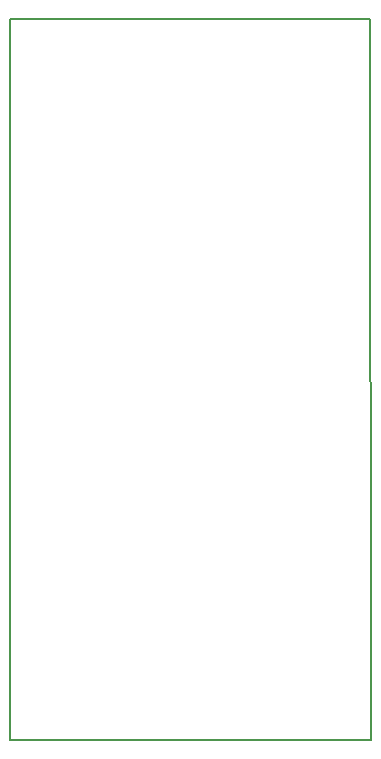
<source format=gm1>
G04 #@! TF.GenerationSoftware,KiCad,Pcbnew,(5.0.2)-1*
G04 #@! TF.CreationDate,2019-03-03T23:17:22+08:00*
G04 #@! TF.ProjectId,pcbtest-nrf24_breakout,70636274-6573-4742-9d6e-726632345f62,rev?*
G04 #@! TF.SameCoordinates,Original*
G04 #@! TF.FileFunction,Profile,NP*
%FSLAX46Y46*%
G04 Gerber Fmt 4.6, Leading zero omitted, Abs format (unit mm)*
G04 Created by KiCad (PCBNEW (5.0.2)-1) date 03-Mar-19 11:17:22 PM*
%MOMM*%
%LPD*%
G01*
G04 APERTURE LIST*
%ADD10C,0.150000*%
G04 APERTURE END LIST*
D10*
X104140000Y-125857000D02*
X104140000Y-64770000D01*
X134620000Y-64770000D02*
X134747000Y-125857000D01*
X104140000Y-64770000D02*
X134620000Y-64770000D01*
X134747000Y-125857000D02*
X104140000Y-125857000D01*
M02*

</source>
